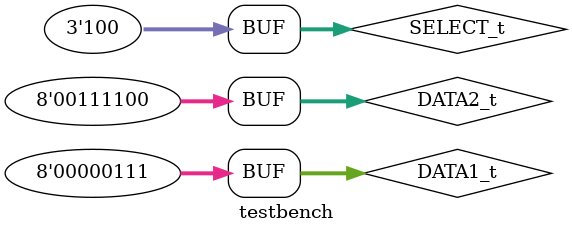
<source format=v>
/*
E/16/388
Lab 05 part 1
8 bit ALU testbench
*/


`include "alu.v"					//include alu module

module testbench;					//testbench for test ALU module

	reg[7:0] DATA1_t, DATA2_t;		//required 8bit DATA input operands for alu
	reg[2:0] SELECT_t;				//To select operation of the alu
	wire[7:0] RESULT_t;				//For store alu RESULTS
	

	alu octaAlu(DATA1_t, DATA2_t, RESULT_t, SELECT_t);			//making an ALU to work with


	initial														//initial block to display results and store wave patterns
	begin	
		$monitor(" SELECT: %b, DATA1 : %b, DATA2: %b,  RESULT: %b",SELECT_t, DATA1_t, DATA2_t, RESULT_t);
		$dumpfile("e16388_lab5_part1_wavedata.vcd");								//save waveforms to e16388_lab5_part1_wavedata.vcd 
		$dumpvars(0, testbench);

	end	

	/*
		For various DATA1 DATA2 values, checking outputs of the alu operations
	*/
	
	initial							//initial block to change inputs
	begin
		
		DATA1_t = 8'b00000111;
		DATA2_t = 8'b00111100;
		
		SELECT_t = 3'b000;			//mov/loadi

		#5						//pause 10 time units 
		SELECT_t = 3'b001;			//adition

		#5						//pause 10 time units 
		SELECT_t = 3'b010;			//bitwise & operation 

		#5						//pause 10 time units 
		SELECT_t = 3'b011;			//bitwise OR operation

		#5						//pause 10 time units 
		SELECT_t = 3'b100;			//reserved for future devolopment
										
	end


endmodule
</source>
